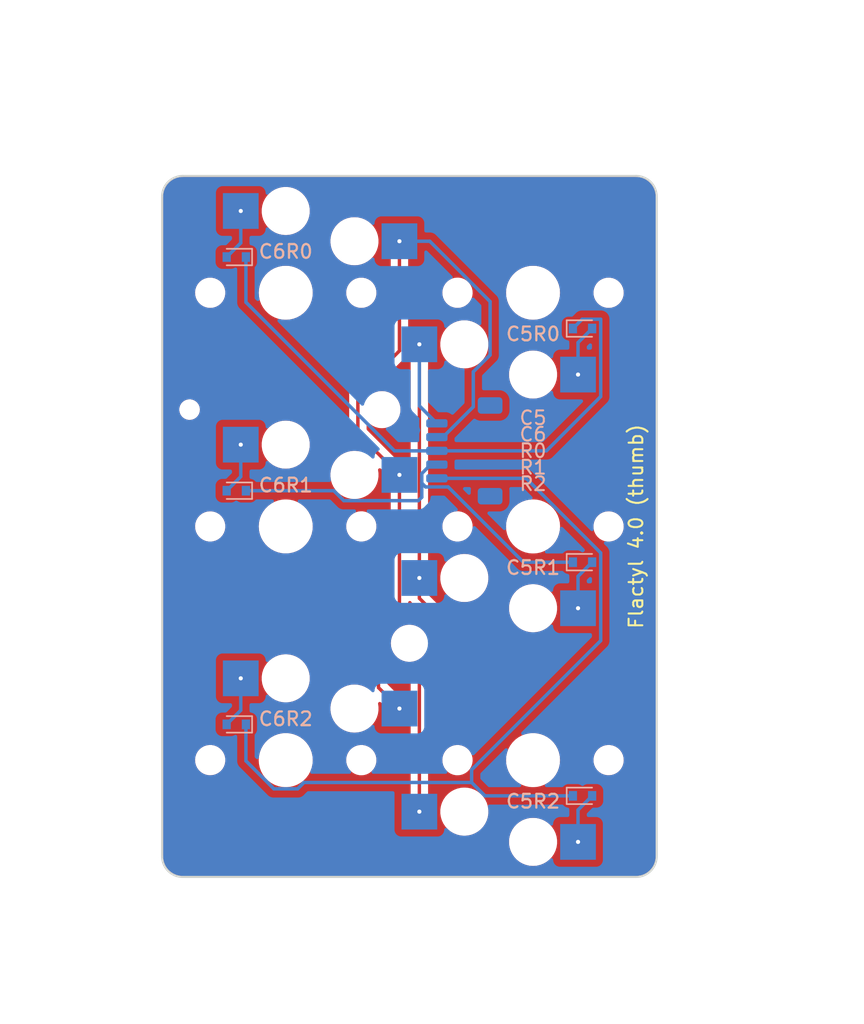
<source format=kicad_pcb>
(kicad_pcb (version 20171130) (host pcbnew 5.1.6)
  (title_block (title thumb) (rev v1.0.0) (company Unknown))
  (layers (0 F.Cu signal) (31 B.Cu signal) (34 B.Paste user) (35 F.Paste user) (36 B.SilkS user) (37 F.SilkS user) (38 B.Mask user) (39 F.Mask user) (44 Edge.Cuts user))
  (net 0 "")
  (net 1 "C5")
  (net 2 "C5R0D")
  (net 3 "C5R0")
  (net 4 "R0")
  (net 5 "C5R1D")
  (net 6 "C5R1")
  (net 7 "R1")
  (net 8 "C5R2D")
  (net 9 "C5R2")
  (net 10 "R2")
  (net 11 "C6")
  (net 12 "C6R0D")
  (net 13 "C6R0")
  (net 14 "C6R1D")
  (net 15 "C6R1")
  (net 16 "C6R2D")
  (net 17 "C6R2")
  (net 18 "Flactyl 4.0 (thumb)")
  (net 19 "x")
  (net 20 "y")
  (footprint "Kailh_socket_PG1350_no_silk" (layer "B.Cu") (at 18 -34 0)
    (fp_text reference "S1" hide)
    (fp_text user C5R0 (at -0 3 0) (layer F.SilkS))
    (fp_text user C5R0 (at -0 3 0) (layer B.SilkS))
    (pad "" np_thru_hole circle (at 0 0) (size 3.429 3.429) (drill 3.429) (layers *.Cu *.Mask))
    (pad "" np_thru_hole circle (at 5.5 0) (size 1.7018 1.7018) (drill 1.7018) (layers *.Cu *.Mask))
    (pad "" np_thru_hole circle (at -5.5 0) (size 1.7018 1.7018) (drill 1.7018) (layers *.Cu *.Mask))
    (pad "" np_thru_hole circle (at -5 3.75) (size 3 3) (drill 3) (layers *.Cu *.Mask))
    (pad "" np_thru_hole circle (at 0 5.95) (size 3 3) (drill 3) (layers *.Cu *.Mask))
    (pad "1" smd rect (at 3.275 5.95) (size 2.6 2.6) (layers "B.Cu" "B.Paste" "B.Mask") (net 2 "C5R0D"))
    (pad "2" smd rect (at -8.275 3.75) (size 2.6 2.6) (layers "B.Cu" "B.Paste" "B.Mask") (net 1 "C5"))
    (pad "3" thru_hole circle (at 3.275 5.95) (size 0.6 0.6) (drill 0.3) (layers *.Cu) (net 2 "C5R0D"))
    (pad "4" thru_hole circle (at -8.275 3.75) (size 0.6 0.6) (drill 0.3) (layers *.Cu) (net 1 "C5"))
  )
  (footprint "D_SOD-523" (layer "B.Cu") (at 21.6 -31.4 0)
    (fp_text reference "D1" hide)
    (fp_text value "D_SOD-523")
    (fp_line (start 0.7 0.6) (end -1.15 0.6) (layer "B.SilkS") (width 0.12))
    (fp_line (start 0.7 -0.6) (end -1.15 -0.6) (layer "B.SilkS") (width 0.12))
    (fp_line (start -1.15 -0.6) (end -1.15 0.6) (layer "B.SilkS") (width 0.12))
    (pad "1" smd rect (at -0.7 0 0) (size 0.6 0.7) (layers "B.Cu" "B.Paste" "B.Mask") (net 4 "R0"))
    (pad "2" smd rect (at 0.7 0 0) (size 0.6 0.7) (layers "B.Cu" "B.Paste" "B.Mask") (net 2 "C5R0D"))
  )
  (footprint "Kailh_socket_PG1350_no_silk" (layer "B.Cu") (at 18 -17 0)
    (fp_text reference "S2" hide)
    (fp_text user C5R1 (at -0 3 0) (layer F.SilkS))
    (fp_text user C5R1 (at -0 3 0) (layer B.SilkS))
    (pad "" np_thru_hole circle (at 0 0) (size 3.429 3.429) (drill 3.429) (layers *.Cu *.Mask))
    (pad "" np_thru_hole circle (at 5.5 0) (size 1.7018 1.7018) (drill 1.7018) (layers *.Cu *.Mask))
    (pad "" np_thru_hole circle (at -5.5 0) (size 1.7018 1.7018) (drill 1.7018) (layers *.Cu *.Mask))
    (pad "" np_thru_hole circle (at -5 3.75) (size 3 3) (drill 3) (layers *.Cu *.Mask))
    (pad "" np_thru_hole circle (at 0 5.95) (size 3 3) (drill 3) (layers *.Cu *.Mask))
    (pad "1" smd rect (at 3.275 5.95) (size 2.6 2.6) (layers "B.Cu" "B.Paste" "B.Mask") (net 5 "C5R1D"))
    (pad "2" smd rect (at -8.275 3.75) (size 2.6 2.6) (layers "B.Cu" "B.Paste" "B.Mask") (net 1 "C5"))
    (pad "3" thru_hole circle (at 3.275 5.95) (size 0.6 0.6) (drill 0.3) (layers *.Cu) (net 5 "C5R1D"))
    (pad "4" thru_hole circle (at -8.275 3.75) (size 0.6 0.6) (drill 0.3) (layers *.Cu) (net 1 "C5"))
  )
  (footprint "D_SOD-523" (layer "B.Cu") (at 21.6 -14.4 0)
    (fp_text reference "D2" hide)
    (fp_text value "D_SOD-523")
    (fp_line (start 0.7 0.6) (end -1.15 0.6) (layer "B.SilkS") (width 0.12))
    (fp_line (start 0.7 -0.6) (end -1.15 -0.6) (layer "B.SilkS") (width 0.12))
    (fp_line (start -1.15 -0.6) (end -1.15 0.6) (layer "B.SilkS") (width 0.12))
    (pad "1" smd rect (at -0.7 0 0) (size 0.6 0.7) (layers "B.Cu" "B.Paste" "B.Mask") (net 7 "R1"))
    (pad "2" smd rect (at 0.7 0 0) (size 0.6 0.7) (layers "B.Cu" "B.Paste" "B.Mask") (net 5 "C5R1D"))
  )
  (footprint "Kailh_socket_PG1350_no_silk" (layer "B.Cu") (at 18 0 0)
    (fp_text reference "S3" hide)
    (fp_text user C5R2 (at -0 3 0) (layer F.SilkS))
    (fp_text user C5R2 (at -0 3 0) (layer B.SilkS))
    (pad "" np_thru_hole circle (at 0 0) (size 3.429 3.429) (drill 3.429) (layers *.Cu *.Mask))
    (pad "" np_thru_hole circle (at 5.5 0) (size 1.7018 1.7018) (drill 1.7018) (layers *.Cu *.Mask))
    (pad "" np_thru_hole circle (at -5.5 0) (size 1.7018 1.7018) (drill 1.7018) (layers *.Cu *.Mask))
    (pad "" np_thru_hole circle (at -5 3.75) (size 3 3) (drill 3) (layers *.Cu *.Mask))
    (pad "" np_thru_hole circle (at 0 5.95) (size 3 3) (drill 3) (layers *.Cu *.Mask))
    (pad "1" smd rect (at 3.275 5.95) (size 2.6 2.6) (layers "B.Cu" "B.Paste" "B.Mask") (net 8 "C5R2D"))
    (pad "2" smd rect (at -8.275 3.75) (size 2.6 2.6) (layers "B.Cu" "B.Paste" "B.Mask") (net 1 "C5"))
    (pad "3" thru_hole circle (at 3.275 5.95) (size 0.6 0.6) (drill 0.3) (layers *.Cu) (net 8 "C5R2D"))
    (pad "4" thru_hole circle (at -8.275 3.75) (size 0.6 0.6) (drill 0.3) (layers *.Cu) (net 1 "C5"))
  )
  (footprint "D_SOD-523" (layer "B.Cu") (at 21.6 2.6 0)
    (fp_text reference "D3" hide)
    (fp_text value "D_SOD-523")
    (fp_line (start 0.7 0.6) (end -1.15 0.6) (layer "B.SilkS") (width 0.12))
    (fp_line (start 0.7 -0.6) (end -1.15 -0.6) (layer "B.SilkS") (width 0.12))
    (fp_line (start -1.15 -0.6) (end -1.15 0.6) (layer "B.SilkS") (width 0.12))
    (pad "1" smd rect (at -0.7 0 0) (size 0.6 0.7) (layers "B.Cu" "B.Paste" "B.Mask") (net 10 "R2"))
    (pad "2" smd rect (at 0.7 0 0) (size 0.6 0.7) (layers "B.Cu" "B.Paste" "B.Mask") (net 8 "C5R2D"))
  )
  (footprint "Kailh_socket_PG1350_no_silk" (layer "B.Cu") (at 0 -34 180)
    (fp_text reference "S4" hide)
    (fp_text user C6R0 (at -0 3 180) (layer F.SilkS))
    (fp_text user C6R0 (at -0 3 180) (layer B.SilkS))
    (pad "" np_thru_hole circle (at 0 0) (size 3.429 3.429) (drill 3.429) (layers *.Cu *.Mask))
    (pad "" np_thru_hole circle (at 5.5 0) (size 1.7018 1.7018) (drill 1.7018) (layers *.Cu *.Mask))
    (pad "" np_thru_hole circle (at -5.5 0) (size 1.7018 1.7018) (drill 1.7018) (layers *.Cu *.Mask))
    (pad "" np_thru_hole circle (at -5 3.75) (size 3 3) (drill 3) (layers *.Cu *.Mask))
    (pad "" np_thru_hole circle (at 0 5.95) (size 3 3) (drill 3) (layers *.Cu *.Mask))
    (pad "1" smd rect (at 3.275 5.95) (size 2.6 2.6) (layers "B.Cu" "B.Paste" "B.Mask") (net 12 "C6R0D"))
    (pad "2" smd rect (at -8.275 3.75) (size 2.6 2.6) (layers "B.Cu" "B.Paste" "B.Mask") (net 11 "C6"))
    (pad "3" thru_hole circle (at 3.275 5.95) (size 0.6 0.6) (drill 0.3) (layers *.Cu) (net 12 "C6R0D"))
    (pad "4" thru_hole circle (at -8.275 3.75) (size 0.6 0.6) (drill 0.3) (layers *.Cu) (net 11 "C6"))
  )
  (footprint "D_SOD-523" (layer "B.Cu") (at -3.6 -36.6 180)
    (fp_text reference "D4" hide)
    (fp_text value "D_SOD-523")
    (fp_line (start 0.7 0.6) (end -1.15 0.6) (layer "B.SilkS") (width 0.12))
    (fp_line (start 0.7 -0.6) (end -1.15 -0.6) (layer "B.SilkS") (width 0.12))
    (fp_line (start -1.15 -0.6) (end -1.15 0.6) (layer "B.SilkS") (width 0.12))
    (pad "1" smd rect (at -0.7 0 180) (size 0.6 0.7) (layers "B.Cu" "B.Paste" "B.Mask") (net 4 "R0"))
    (pad "2" smd rect (at 0.7 0 180) (size 0.6 0.7) (layers "B.Cu" "B.Paste" "B.Mask") (net 12 "C6R0D"))
  )
  (footprint "Kailh_socket_PG1350_no_silk" (layer "B.Cu") (at 0 -17 180)
    (fp_text reference "S5" hide)
    (fp_text user C6R1 (at -0 3 180) (layer F.SilkS))
    (fp_text user C6R1 (at -0 3 180) (layer B.SilkS))
    (pad "" np_thru_hole circle (at 0 0) (size 3.429 3.429) (drill 3.429) (layers *.Cu *.Mask))
    (pad "" np_thru_hole circle (at 5.5 0) (size 1.7018 1.7018) (drill 1.7018) (layers *.Cu *.Mask))
    (pad "" np_thru_hole circle (at -5.5 0) (size 1.7018 1.7018) (drill 1.7018) (layers *.Cu *.Mask))
    (pad "" np_thru_hole circle (at -5 3.75) (size 3 3) (drill 3) (layers *.Cu *.Mask))
    (pad "" np_thru_hole circle (at 0 5.95) (size 3 3) (drill 3) (layers *.Cu *.Mask))
    (pad "1" smd rect (at 3.275 5.95) (size 2.6 2.6) (layers "B.Cu" "B.Paste" "B.Mask") (net 14 "C6R1D"))
    (pad "2" smd rect (at -8.275 3.75) (size 2.6 2.6) (layers "B.Cu" "B.Paste" "B.Mask") (net 11 "C6"))
    (pad "3" thru_hole circle (at 3.275 5.95) (size 0.6 0.6) (drill 0.3) (layers *.Cu) (net 14 "C6R1D"))
    (pad "4" thru_hole circle (at -8.275 3.75) (size 0.6 0.6) (drill 0.3) (layers *.Cu) (net 11 "C6"))
  )
  (footprint "D_SOD-523" (layer "B.Cu") (at -3.6 -19.6 180)
    (fp_text reference "D5" hide)
    (fp_text value "D_SOD-523")
    (fp_line (start 0.7 0.6) (end -1.15 0.6) (layer "B.SilkS") (width 0.12))
    (fp_line (start 0.7 -0.6) (end -1.15 -0.6) (layer "B.SilkS") (width 0.12))
    (fp_line (start -1.15 -0.6) (end -1.15 0.6) (layer "B.SilkS") (width 0.12))
    (pad "1" smd rect (at -0.7 0 180) (size 0.6 0.7) (layers "B.Cu" "B.Paste" "B.Mask") (net 7 "R1"))
    (pad "2" smd rect (at 0.7 0 180) (size 0.6 0.7) (layers "B.Cu" "B.Paste" "B.Mask") (net 14 "C6R1D"))
  )
  (footprint "Kailh_socket_PG1350_no_silk" (layer "B.Cu") (at 0 0 180)
    (fp_text reference "S6" hide)
    (fp_text user C6R2 (at -0 3 180) (layer F.SilkS))
    (fp_text user C6R2 (at -0 3 180) (layer B.SilkS))
    (pad "" np_thru_hole circle (at 0 0) (size 3.429 3.429) (drill 3.429) (layers *.Cu *.Mask))
    (pad "" np_thru_hole circle (at 5.5 0) (size 1.7018 1.7018) (drill 1.7018) (layers *.Cu *.Mask))
    (pad "" np_thru_hole circle (at -5.5 0) (size 1.7018 1.7018) (drill 1.7018) (layers *.Cu *.Mask))
    (pad "" np_thru_hole circle (at -5 3.75) (size 3 3) (drill 3) (layers *.Cu *.Mask))
    (pad "" np_thru_hole circle (at 0 5.95) (size 3 3) (drill 3) (layers *.Cu *.Mask))
    (pad "1" smd rect (at 3.275 5.95) (size 2.6 2.6) (layers "B.Cu" "B.Paste" "B.Mask") (net 16 "C6R2D"))
    (pad "2" smd rect (at -8.275 3.75) (size 2.6 2.6) (layers "B.Cu" "B.Paste" "B.Mask") (net 11 "C6"))
    (pad "3" thru_hole circle (at 3.275 5.95) (size 0.6 0.6) (drill 0.3) (layers *.Cu) (net 16 "C6R2D"))
    (pad "4" thru_hole circle (at -8.275 3.75) (size 0.6 0.6) (drill 0.3) (layers *.Cu) (net 11 "C6"))
  )
  (footprint "D_SOD-523" (layer "B.Cu") (at -3.6 -2.6 180)
    (fp_text reference "D6" hide)
    (fp_text value "D_SOD-523")
    (fp_line (start 0.7 0.6) (end -1.15 0.6) (layer "B.SilkS") (width 0.12))
    (fp_line (start 0.7 -0.6) (end -1.15 -0.6) (layer "B.SilkS") (width 0.12))
    (fp_line (start -1.15 -0.6) (end -1.15 0.6) (layer "B.SilkS") (width 0.12))
    (pad "1" smd rect (at -0.7 0 180) (size 0.6 0.7) (layers "B.Cu" "B.Paste" "B.Mask") (net 10 "R2"))
    (pad "2" smd rect (at 0.7 0 180) (size 0.6 0.7) (layers "B.Cu" "B.Paste" "B.Mask") (net 16 "C6R2D"))
  )
  (footprint "JST_SH_SM05B-SRSS-TB_1x05-1MP_P1.00mm_Horizontal" (layer "B.Cu") (at 13 -22.5 270)
    (fp_text reference "JC1" hide)
    (fp_text user "R2" (at 2.4 -5 360 unlocked) (layer "B.SilkS"))
    (fp_text user "R1" (at 1.2 -5 360 unlocked) (layer "B.SilkS"))
    (fp_text user "R0" (at 0 -5 360 unlocked) (layer "B.SilkS"))
    (fp_text user "C6" (at -1.2 -5 360 unlocked) (layer "B.SilkS"))
    (fp_text user "C5" (at -2.4 -5 360 unlocked) (layer "B.SilkS"))
    (pad "5" smd roundrect (at 2 2 270) (size 0.6 1.55) (layers "B.Cu" "B.Paste" "B.Mask") (net 10 "R2"))
    (pad "4" smd roundrect (at 1 2 270) (size 0.6 1.55) (layers "B.Cu" "B.Paste" "B.Mask") (net 7 "R1"))
    (pad "3" smd roundrect (at 0 2 270) (size 0.6 1.55) (layers "B.Cu" "B.Paste" "B.Mask") (net 4 "R0"))
    (pad "2" smd roundrect (at -1 2 270) (size 0.6 1.55) (layers "B.Cu" "B.Paste" "B.Mask") (net 11 "C6"))
    (pad "1" smd roundrect (at -2 2 270) (size 0.6 1.55) (layers "B.Cu" "B.Paste" "B.Mask") (net 1 "C5"))
    (pad "MP" smd roundrect (at -3.3 -1.875 270) (size 1.2 1.8) (layers "B.Cu" "B.Paste" "B.Mask") (roundrect_rratio 0.208333))
    (pad "MP" smd roundrect (at 3.3 -1.875 270) (size 1.2 1.8) (layers "B.Cu" "B.Paste" "B.Mask") (roundrect_rratio 0.208333))
  )
  (footprint "MountingHole_2.2mm_M2" (layer "F.Cu") (at 9 -8.5 0)
    (fp_text reference "H1" hide hide)
    (pad "" np_thru_hole circle (at 0 0) (size 2.2 2.2) (drill 2.2) (layers *.Cu *.Mask))
  )
  (footprint "MountingHole_2.2mm_M2" (layer "F.Cu") (at 7 -25.5 0)
    (fp_text reference "H2" hide hide)
    (pad "" np_thru_hole circle (at 0 0) (size 2.2 2.2) (drill 2.2) (layers *.Cu *.Mask))
  )
  (footprint "MountingHole_1mm_M2" (layer "F.Cu") (at -7 -25.5 0)
    (fp_text reference "H3" hide hide)
    (pad "" np_thru_hole circle (at 0 0) (size 1 1) (drill 1) (layers *.Cu *.Mask))
  )
  (footprint "somelogo" (layer "F.SilkS") (at 25.5 -17 270)
    (fp_text reference "T1" hide)
    (fp_text value "Flactyl 4.0 (thumb)" (at 0 0 270) (layer "F.SilkS"))
  )
  (footprint "somelogo" (layer "F.SilkS") (at 38 -34 0)
    (fp_text reference "T2" hide)
    (fp_text value "x")
  )
  (footprint "somelogo" (layer "F.SilkS") (at 18 -54 0)
    (fp_text reference "T3" hide)
    (fp_text value "y")
  )
  (gr_line (start -7.5 8.5) (end 25.5 8.5) (angle 90) (layer Edge.Cuts) (width 0.15))
  (gr_line (start -9 7) (end -9 -41) (angle 90) (layer Edge.Cuts) (width 0.15))
  (gr_line (start -7.5 -42.5) (end 25.5 -42.5) (angle 90) (layer Edge.Cuts) (width 0.15))
  (gr_line (start 27 7) (end 27 -41) (angle 90) (layer Edge.Cuts) (width 0.15))
  (gr_arc (start 25.5 7) (end 25.5 8.5) (angle -90) (layer Edge.Cuts) (width 0.15))
  (gr_arc (start 25.5 -41) (end 27 -41) (angle -90) (layer Edge.Cuts) (width 0.15))
  (gr_arc (start -7.5 -41) (end -7.5 -42.5) (angle -90) (layer Edge.Cuts) (width 0.15))
  (gr_arc (start -7.5 7) (end -9 7) (angle -90) (layer Edge.Cuts) (width 0.15))
  (segment (start 9.725 -11.775) (end 9.725 -13.25) (width 0.25) (layer "F.Cu") (net 1))
  (segment (start 11 -10.5) (end 9.725 -11.775) (width 0.25) (layer "F.Cu") (net 1))
  (segment (start 9.725 3.75) (end 9.725 -5.725) (width 0.25) (layer "F.Cu") (net 1))
  (segment (start 9.725 -5.725) (end 11 -7) (width 0.25) (layer "F.Cu") (net 1))
  (segment (start 9.725 -13.25) (end 9.725 -30.25) (width 0.25) (layer "F.Cu") (net 1))
  (segment (start 11 -7) (end 11 -10.5) (width 0.25) (layer "F.Cu") (net 1))
  (segment (start 11 -24.5) (end 9.725 -25.775) (width 0.25) (layer "B.Cu") (net 1))
  (segment (start 9.725 -25.775) (end 9.725 -30.25) (width 0.25) (layer "B.Cu") (net 1))
  (segment (start 21.275 -30.375) (end 22.3 -31.4) (width 0.25) (layer "B.Cu") (net 2))
  (segment (start 21.275 -28.05) (end 21.275 -30.375) (width 0.25) (layer "B.Cu") (net 2))
  (segment (start 18.975 -22.5) (end 11 -22.5) (width 0.25) (layer "B.Cu") (net 3))
  (segment (start 7.914035 -22.5) (end 11 -22.5) (width 0.25) (layer "B.Cu") (net 3))
  (segment (start 20.9 -31.4) (end 21.575 -32.075) (width 0.25) (layer "B.Cu") (net 3))
  (segment (start 22.925 -26.45) (end 18.975 -22.5) (width 0.25) (layer "B.Cu") (net 3))
  (segment (start 21.575 -32.075) (end 22.925 -32.075) (width 0.25) (layer "B.Cu") (net 3))
  (segment (start -2.9 -33.314035) (end 7.914035 -22.5) (width 0.25) (layer "B.Cu") (net 3))
  (segment (start 22.925 -32.075) (end 22.925 -26.45) (width 0.25) (layer "B.Cu") (net 3))
  (segment (start -2.9 -36.6) (end -2.9 -33.314035) (width 0.25) (layer "B.Cu") (net 3))
  (segment (start 21.275 -11.05) (end 21.275 -13.375) (width 0.25) (layer "B.Cu") (net 4))
  (segment (start 21.275 -13.375) (end 22.3 -14.4) (width 0.25) (layer "B.Cu") (net 4))
  (segment (start 9.9 -20.153249) (end 9.9 -20.846751) (width 0.25) (layer "B.Cu") (net 5))
  (segment (start 4.22335 -18.875) (end 9.65 -18.875) (width 0.25) (layer "B.Cu") (net 5))
  (segment (start 9.65 -18.875) (end 9.9 -19.125) (width 0.25) (layer "B.Cu") (net 5))
  (segment (start 10.178249 -19.875) (end 9.9 -20.153249) (width 0.25) (layer "B.Cu") (net 5))
  (segment (start 20.9 -14.4) (end 17.296751 -14.4) (width 0.25) (layer "B.Cu") (net 5))
  (segment (start 10.553249 -21.5) (end 11 -21.5) (width 0.25) (layer "B.Cu") (net 5))
  (segment (start 11.821751 -19.875) (end 10.178249 -19.875) (width 0.25) (layer "B.Cu") (net 5))
  (segment (start 3.49835 -19.6) (end 4.22335 -18.875) (width 0.25) (layer "B.Cu") (net 5))
  (segment (start 9.9 -19.125) (end 9.9 -20.153249) (width 0.25) (layer "B.Cu") (net 5))
  (segment (start 17.296751 -14.4) (end 11.821751 -19.875) (width 0.25) (layer "B.Cu") (net 5))
  (segment (start 9.9 -20.846751) (end 10.553249 -21.5) (width 0.25) (layer "B.Cu") (net 5))
  (segment (start -2.9 -19.6) (end 3.49835 -19.6) (width 0.25) (layer "B.Cu") (net 5))
  (segment (start 21.275 3.625) (end 22.3 2.6) (width 0.25) (layer "B.Cu") (net 6))
  (segment (start 21.275 5.95) (end 21.275 3.625) (width 0.25) (layer "B.Cu") (net 6))
  (segment (start 22.925 -8.691316) (end 13.529149 0.704535) (width 0.25) (layer "B.Cu") (net 7))
  (segment (start 13.529149 0.704535) (end 13.529149 1.627499) (width 0.25) (layer "B.Cu") (net 7))
  (segment (start 0.865499 2.0895) (end -0.865499 2.0895) (width 0.25) (layer "B.Cu") (net 7))
  (segment (start 13.529149 1.627499) (end 1.327499 1.627499) (width 0.25) (layer "B.Cu") (net 7))
  (segment (start 1.327499 1.627499) (end 0.865499 2.0895) (width 0.25) (layer "B.Cu") (net 7))
  (segment (start 14.50165 2.6) (end 13.529149 1.627499) (width 0.25) (layer "B.Cu") (net 7))
  (segment (start -2.9 0.054999) (end -2.9 -2.6) (width 0.25) (layer "B.Cu") (net 7))
  (segment (start 17.5 -20.5) (end 22.925 -15.075) (width 0.25) (layer "B.Cu") (net 7))
  (segment (start 22.925 -15.075) (end 22.925 -8.691316) (width 0.25) (layer "B.Cu") (net 7))
  (segment (start -0.865499 2.0895) (end -2.9 0.054999) (width 0.25) (layer "B.Cu") (net 7))
  (segment (start 20.9 2.6) (end 14.50165 2.6) (width 0.25) (layer "B.Cu") (net 7))
  (segment (start 11 -20.5) (end 17.5 -20.5) (width 0.25) (layer "B.Cu") (net 7))
  (segment (start 5.25 -26.75) (end 5.25 -23.775) (width 0.25) (layer "F.Cu") (net 8))
  (segment (start 8.275 -20.75) (end 8.275 -11.025) (width 0.25) (layer "F.Cu") (net 8))
  (segment (start 8.275 -29.775) (end 5.25 -26.75) (width 0.25) (layer "F.Cu") (net 8))
  (segment (start 8.275 -11.025) (end 6.75 -9.5) (width 0.25) (layer "F.Cu") (net 8))
  (segment (start 8.275 -37.75) (end 8.275 -29.775) (width 0.25) (layer "F.Cu") (net 8))
  (segment (start 6.75 -9.5) (end 6.75 -5.275) (width 0.25) (layer "F.Cu") (net 8))
  (segment (start 6.75 -5.275) (end 8.275 -3.75) (width 0.25) (layer "F.Cu") (net 8))
  (segment (start 5.25 -23.775) (end 8.275 -20.75) (width 0.25) (layer "F.Cu") (net 8))
  (segment (start 14.875 -29.47335) (end 14.875 -33.358684) (width 0.25) (layer "B.Cu") (net 8))
  (segment (start 11 -23.5) (end 11.446751 -23.5) (width 0.25) (layer "B.Cu") (net 8))
  (segment (start 14.875 -33.358684) (end 10.483684 -37.75) (width 0.25) (layer "B.Cu") (net 8))
  (segment (start 10.483684 -37.75) (end 8.275 -37.75) (width 0.25) (layer "B.Cu") (net 8))
  (segment (start 11.446751 -23.5) (end 13.65 -25.703249) (width 0.25) (layer "B.Cu") (net 8))
  (segment (start 13.65 -25.703249) (end 13.65 -28.24835) (width 0.25) (layer "B.Cu") (net 8))
  (segment (start 13.65 -28.24835) (end 14.875 -29.47335) (width 0.25) (layer "B.Cu") (net 8))
  (segment (start -3.275 -37.625) (end -4.3 -36.6) (width 0.25) (layer "B.Cu") (net 9))
  (segment (start -3.275 -39.95) (end -3.275 -37.625) (width 0.25) (layer "B.Cu") (net 9))
  (segment (start -3.275 -20.625) (end -4.3 -19.6) (width 0.25) (layer "B.Cu") (net 10))
  (segment (start -3.275 -22.95) (end -3.275 -20.625) (width 0.25) (layer "B.Cu") (net 10))
  (segment (start -3.275 -3.625) (end -4.3 -2.6) (width 0.25) (layer "B.Cu") (net 11))
  (segment (start -3.275 -5.95) (end -3.275 -3.625) (width 0.25) (layer "B.Cu") (net 11))
  (zone (net 0) (net_name "") (layers "F&B.Cu") (connect_pads (clearance 0.508)) (min_thickness 0.25) (fill yes (thermal_gap 0.5) (thermal_bridge_width 0.5) (island_removal_mode 1) (island_area_min 10))
    (polygon (pts (xy -20.8 -55.3) (xy -20.2 19.2) (xy 42.1 18.2) (xy 40.4 -53.8)))
  )
)
</source>
